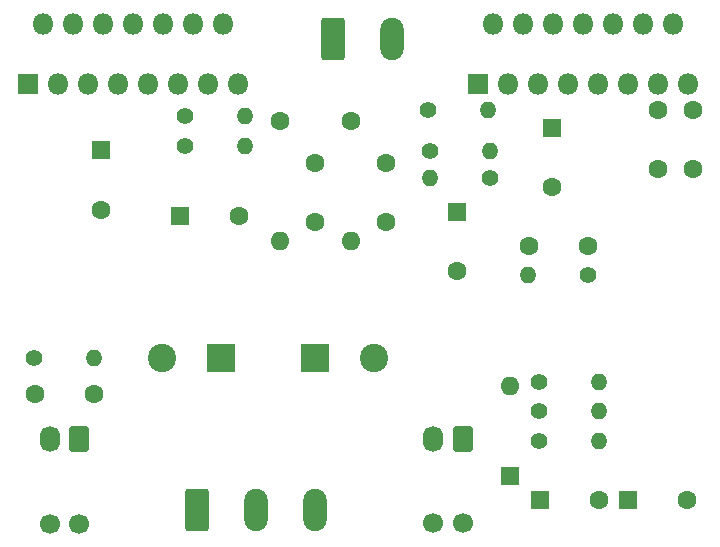
<source format=gbr>
%TF.GenerationSoftware,KiCad,Pcbnew,8.0.1*%
%TF.CreationDate,2024-03-26T18:20:05+01:00*%
%TF.ProjectId,TDA7294V,54444137-3239-4345-962e-6b696361645f,rev?*%
%TF.SameCoordinates,Original*%
%TF.FileFunction,Soldermask,Bot*%
%TF.FilePolarity,Negative*%
%FSLAX46Y46*%
G04 Gerber Fmt 4.6, Leading zero omitted, Abs format (unit mm)*
G04 Created by KiCad (PCBNEW 8.0.1) date 2024-03-26 18:20:05*
%MOMM*%
%LPD*%
G01*
G04 APERTURE LIST*
G04 Aperture macros list*
%AMRoundRect*
0 Rectangle with rounded corners*
0 $1 Rounding radius*
0 $2 $3 $4 $5 $6 $7 $8 $9 X,Y pos of 4 corners*
0 Add a 4 corners polygon primitive as box body*
4,1,4,$2,$3,$4,$5,$6,$7,$8,$9,$2,$3,0*
0 Add four circle primitives for the rounded corners*
1,1,$1+$1,$2,$3*
1,1,$1+$1,$4,$5*
1,1,$1+$1,$6,$7*
1,1,$1+$1,$8,$9*
0 Add four rect primitives between the rounded corners*
20,1,$1+$1,$2,$3,$4,$5,0*
20,1,$1+$1,$4,$5,$6,$7,0*
20,1,$1+$1,$6,$7,$8,$9,0*
20,1,$1+$1,$8,$9,$2,$3,0*%
G04 Aperture macros list end*
%ADD10C,1.600000*%
%ADD11O,1.600000X1.600000*%
%ADD12R,1.800000X1.800000*%
%ADD13O,1.800000X1.800000*%
%ADD14RoundRect,0.250000X-0.750000X-1.550000X0.750000X-1.550000X0.750000X1.550000X-0.750000X1.550000X0*%
%ADD15O,2.000000X3.600000*%
%ADD16C,1.400000*%
%ADD17O,1.400000X1.400000*%
%ADD18R,1.600000X1.600000*%
%ADD19R,2.400000X2.400000*%
%ADD20C,2.400000*%
%ADD21C,1.700000*%
%ADD22RoundRect,0.250000X-0.600000X0.850000X-0.600000X-0.850000X0.600000X-0.850000X0.600000X0.850000X0*%
%ADD23O,1.700000X2.200000*%
G04 APERTURE END LIST*
D10*
%TO.C,R11*%
X148000000Y-50920000D03*
D11*
X148000000Y-61080000D03*
%TD*%
D12*
%TO.C,U2*%
X158750000Y-47752000D03*
D13*
X160020000Y-42672000D03*
X161290000Y-47752000D03*
X162560000Y-42672000D03*
X163830000Y-47752000D03*
X165100000Y-42672000D03*
X166370000Y-47752000D03*
X167640000Y-42672000D03*
X168910000Y-47752000D03*
X170180000Y-42672000D03*
X171450000Y-47752000D03*
X172720000Y-42672000D03*
X173990000Y-47752000D03*
X175260000Y-42672000D03*
X176530000Y-47752000D03*
%TD*%
D14*
%TO.C,J2*%
X146500000Y-44000000D03*
D15*
X151500000Y-44000000D03*
%TD*%
D16*
%TO.C,R9*%
X168080000Y-64000000D03*
D17*
X163000000Y-64000000D03*
%TD*%
D10*
%TO.C,C9*%
X174000000Y-55000000D03*
X174000000Y-50000000D03*
%TD*%
D12*
%TO.C,U1*%
X120650000Y-47752000D03*
D13*
X121920000Y-42672000D03*
X123190000Y-47752000D03*
X124460000Y-42672000D03*
X125730000Y-47752000D03*
X127000000Y-42672000D03*
X128270000Y-47752000D03*
X129540000Y-42672000D03*
X130810000Y-47752000D03*
X132080000Y-42672000D03*
X133350000Y-47752000D03*
X134620000Y-42672000D03*
X135890000Y-47752000D03*
X137160000Y-42672000D03*
X138430000Y-47752000D03*
%TD*%
D18*
%TO.C,D1*%
X161500000Y-81000000D03*
D11*
X161500000Y-73380000D03*
%TD*%
D16*
%TO.C,R7*%
X163920000Y-75500000D03*
D17*
X169000000Y-75500000D03*
%TD*%
D10*
%TO.C,C1*%
X126250000Y-74000000D03*
X121250000Y-74000000D03*
%TD*%
D18*
%TO.C,C13*%
X165000000Y-51500000D03*
D10*
X165000000Y-56500000D03*
%TD*%
D16*
%TO.C,R1*%
X121170000Y-71000000D03*
D17*
X126250000Y-71000000D03*
%TD*%
D16*
%TO.C,R10*%
X159750000Y-55750000D03*
D17*
X154670000Y-55750000D03*
%TD*%
D16*
%TO.C,R6*%
X163920000Y-73000000D03*
D17*
X169000000Y-73000000D03*
%TD*%
D16*
%TO.C,R5*%
X163920000Y-78000000D03*
D17*
X169000000Y-78000000D03*
%TD*%
D19*
%TO.C,C8*%
X145000000Y-71000000D03*
D20*
X150000000Y-71000000D03*
%TD*%
D10*
%TO.C,C4*%
X145000000Y-54500000D03*
X145000000Y-59500000D03*
%TD*%
D16*
%TO.C,R12*%
X154500000Y-50000000D03*
D17*
X159580000Y-50000000D03*
%TD*%
D18*
%TO.C,C11*%
X157000000Y-58597349D03*
D10*
X157000000Y-63597349D03*
%TD*%
D16*
%TO.C,R3*%
X133920000Y-53000000D03*
D17*
X139000000Y-53000000D03*
%TD*%
D18*
%TO.C,C2*%
X133500000Y-59000000D03*
D10*
X138500000Y-59000000D03*
%TD*%
D16*
%TO.C,R2*%
X133920000Y-50500000D03*
D17*
X139000000Y-50500000D03*
%TD*%
D18*
%TO.C,C3*%
X126883349Y-53420000D03*
D10*
X126883349Y-58420000D03*
%TD*%
D14*
%TO.C,J3*%
X135000000Y-83820000D03*
D15*
X140000000Y-83820000D03*
X145000000Y-83820000D03*
%TD*%
D10*
%TO.C,C14*%
X151000000Y-54500000D03*
X151000000Y-59500000D03*
%TD*%
D19*
%TO.C,C7*%
X137000000Y-71000000D03*
D20*
X132000000Y-71000000D03*
%TD*%
D21*
%TO.C,J4*%
X157460000Y-85000000D03*
X154960000Y-85000000D03*
D22*
X157460000Y-77820000D03*
D23*
X154960000Y-77820000D03*
%TD*%
D18*
%TO.C,C6*%
X171500000Y-83000000D03*
D10*
X176500000Y-83000000D03*
%TD*%
D21*
%TO.C,J1*%
X125000000Y-85040000D03*
X122500000Y-85040000D03*
D22*
X125000000Y-77860000D03*
D23*
X122500000Y-77860000D03*
%TD*%
D10*
%TO.C,C10*%
X177000000Y-50000000D03*
X177000000Y-55000000D03*
%TD*%
%TO.C,R4*%
X142000000Y-50920000D03*
D11*
X142000000Y-61080000D03*
%TD*%
D18*
%TO.C,C5*%
X164000000Y-83000000D03*
D10*
X169000000Y-83000000D03*
%TD*%
D16*
%TO.C,R8*%
X154670000Y-53500000D03*
D17*
X159750000Y-53500000D03*
%TD*%
D10*
%TO.C,C12*%
X168080000Y-61500000D03*
X163080000Y-61500000D03*
%TD*%
M02*

</source>
